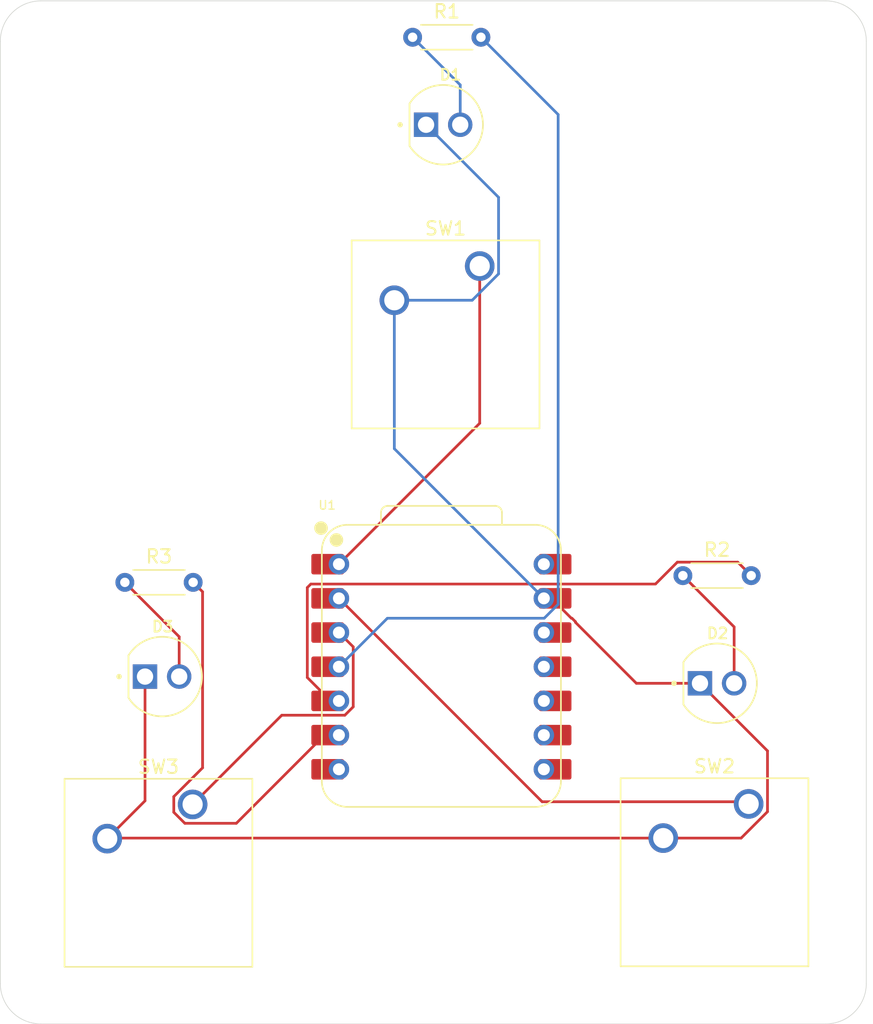
<source format=kicad_pcb>
(kicad_pcb (version 20241229) (generator "pcbnew") (generator_version "9.0")
  (layers (0 "F.Cu" signal) (2 "B.Cu" signal) (13 "F.Paste" user) (15 "B.Paste" user) (5 "F.SilkS" user "F.Silkscreen") (7 "B.SilkS" user "B.Silkscreen") (1 "F.Mask" user) (3 "B.Mask" user) (25 "Edge.Cuts" user))
  (net 0 "")
  (net 1 "GND")
  (net 2 "Net-(D1-PadA)")
  (net 3 "Net-(D2-PadA)")
  (net 4 "Net-(D3-PadA)")
  (net 5 "LED1")
  (net 6 "LED2")
  (net 7 "LED3")
  (net 8 "button1")
  (net 9 "button2")
  (net 10 "button3")
  (footprint "footprints:LEDRD254W57D500H1070" (layer "F.Cu") (at 121.23 108.5)
    (property "Reference" "D3" (at 0.04 -3.708 0) (layer "F.SilkS") (effects (font (size 0.8 0.8))))
    (property "Value" "L08R5000Q1")
    (fp_line (start -2.5 -1.566) (end -2.5 1.566) (stroke (width 0.127)) (layer "F.SilkS"))
    (fp_arc (start -2.5 -1.566) (mid 2.961291 0) (end -2.5 1.566) (stroke (width 0.127)) (layer "F.SilkS"))
    (fp_circle (center -3.2 0) (end -3.1 0) (stroke (width 0.2)) (fill no) (layer "F.SilkS"))
    (pad "A" thru_hole circle (at 1.27 0) (size 1.815 1.815) (drill 1.21) (layers "*.Cu" "*.Mask") (net 4 "Net-(D3-PadA)"))
    (pad "C" thru_hole rect (at -1.27 0) (size 1.815 1.815) (drill 1.21) (layers "*.Cu" "*.Mask") (net 1 "GND"))
  )
  (footprint "Button_Switch_Keyboard:SW_Cherry_MX_1.00u_PCB" (layer "F.Cu") (at 144.85 78)
    (property "Reference" "SW1" (at -2.54 -2.794 0) (layer "F.SilkS"))
    (property "Value" "SW_Push")
    (fp_line (start -9.525 -1.905) (end 4.445 -1.905) (stroke (width 0.12)) (layer "F.SilkS"))
    (fp_line (start -9.525 12.065) (end -9.525 -1.905) (stroke (width 0.12)) (layer "F.SilkS"))
    (fp_line (start 4.445 -1.905) (end 4.445 12.065) (stroke (width 0.12)) (layer "F.SilkS"))
    (fp_line (start 4.445 12.065) (end -9.525 12.065) (stroke (width 0.12)) (layer "F.SilkS"))
    (pad "" np_thru_hole circle (at -7.62 5.08) (size 1.7 1.7) (drill 1.7) (layers "*.Cu" "*.Mask"))
    (pad "" np_thru_hole circle (at -2.54 5.08) (size 4 4) (drill 4) (layers "*.Cu" "*.Mask"))
    (pad "" np_thru_hole circle (at 2.54 5.08) (size 1.7 1.7) (drill 1.7) (layers "*.Cu" "*.Mask"))
    (pad "1" thru_hole circle (at 0 0) (size 2.2 2.2) (drill 1.5) (layers "*.Cu" "*.Mask") (net 8 "button1"))
    (pad "2" thru_hole circle (at -6.35 2.54) (size 2.2 2.2) (drill 1.5) (layers "*.Cu" "*.Mask") (net 1 "GND"))
  )
  (footprint "footprints:LEDRD254W57D500H1070" (layer "F.Cu") (at 142.13 67.5)
    (property "Reference" "D1" (at 0.54 -3.708 0) (layer "F.SilkS") (effects (font (size 0.8 0.8))))
    (property "Value" "L08R5000Q1")
    (fp_line (start -2.5 -1.566) (end -2.5 1.566) (stroke (width 0.127)) (layer "F.SilkS"))
    (fp_arc (start -2.5 -1.566) (mid 2.961291 0) (end -2.5 1.566) (stroke (width 0.127)) (layer "F.SilkS"))
    (fp_circle (center -3.2 0) (end -3.1 0) (stroke (width 0.2)) (fill no) (layer "F.SilkS"))
    (pad "A" thru_hole circle (at 1.27 0) (size 1.815 1.815) (drill 1.21) (layers "*.Cu" "*.Mask") (net 2 "Net-(D1-PadA)"))
    (pad "C" thru_hole rect (at -1.27 0) (size 1.815 1.815) (drill 1.21) (layers "*.Cu" "*.Mask") (net 1 "GND"))
  )
  (footprint "footprints:XIAO-RP2040-DIP" (layer "F.Cu") (at 142 107.7685)
    (property "Reference" "U1" (at -8.5 -12 0) (layer "F.SilkS") (effects (font (size 0.635 0.635) (thickness 0.1016))))
    (property "Value" "XIAO-RP2040-DIP")
    (fp_line (start -8.89 8.509) (end -8.89 -8.636) (stroke (width 0.127)) (layer "F.SilkS"))
    (fp_line (start -6.985 10.414) (end 6.985 10.414) (stroke (width 0.127)) (layer "F.SilkS"))
    (fp_line (start -4.495 -10.541) (end -4.491272 -11.451272) (stroke (width 0.127)) (layer "F.SilkS"))
    (fp_line (start -3.991272 -11.951) (end 4.004 -11.951) (stroke (width 0.127)) (layer "F.SilkS"))
    (fp_line (start 4.504 -11.451) (end 4.504 -10.541) (stroke (width 0.127)) (layer "F.SilkS"))
    (fp_line (start 6.985 -10.541) (end -6.985 -10.541) (stroke (width 0.1)) (layer "F.SilkS"))
    (fp_line (start 6.985 -10.541) (end -6.985 -10.541) (stroke (width 0.127)) (layer "F.SilkS"))
    (fp_line (start 8.89 8.509) (end 8.89 -8.636) (stroke (width 0.127)) (layer "F.SilkS"))
    (fp_arc (start -8.89 -8.636) (mid -8.332038 -9.983038) (end -6.985 -10.541) (stroke (width 0.127)) (layer "F.SilkS"))
    (fp_arc (start -6.985 10.414) (mid -8.332038 9.856038) (end -8.89 8.509) (stroke (width 0.127)) (layer "F.SilkS"))
    (fp_arc (start -4.491272 -11.451272) (mid -4.344728 -11.80464) (end -3.991272 -11.951) (stroke (width 0.127)) (layer "F.SilkS"))
    (fp_arc (start 4.004 -11.951) (mid 4.357553 -11.804553) (end 4.504 -11.451) (stroke (width 0.127)) (layer "F.SilkS"))
    (fp_arc (start 6.985 -10.541) (mid 8.332038 -9.983038) (end 8.89 -8.636) (stroke (width 0.127)) (layer "F.SilkS"))
    (fp_arc (start 8.89 8.509) (mid 8.332038 9.856038) (end 6.985 10.414) (stroke (width 0.127)) (layer "F.SilkS"))
    (fp_circle (center -8.95 -10.3) (end -8.95 -10.554) (stroke (width 0.5)) (fill yes) (layer "F.SilkS"))
    (fp_circle (center -7.807 -9.42) (end -7.807 -9.674) (stroke (width 0.5)) (fill yes) (layer "F.SilkS"))
    (pad "1" smd roundrect (at -8.455 -7.62 180) (size 2.432 1.524) (layers "F.Cu" "F.Mask") (roundrect_rratio 0.1) (net 8 "button1"))
    (pad "1" thru_hole circle (at -7.62 -7.62 180) (size 1.524 1.524) (drill 0.889) (layers "*.Cu" "*.Mask") (net 8 "button1"))
    (pad "2" smd roundrect (at -8.455 -5.08 180) (size 2.432 1.524) (layers "F.Cu" "F.Mask") (roundrect_rratio 0.1) (net 9 "button2"))
    (pad "2" thru_hole circle (at -7.62 -5.08 180) (size 1.524 1.524) (drill 0.889) (layers "*.Cu" "*.Mask") (net 9 "button2"))
    (pad "3" smd roundrect (at -8.455 -2.54 180) (size 2.432 1.524) (layers "F.Cu" "F.Mask") (roundrect_rratio 0.1) (net 10 "button3"))
    (pad "3" thru_hole circle (at -7.62 -2.54 180) (size 1.524 1.524) (drill 0.889) (layers "*.Cu" "*.Mask") (net 10 "button3"))
    (pad "4" smd roundrect (at -8.455 0 180) (size 2.432 1.524) (layers "F.Cu" "F.Mask") (roundrect_rratio 0.1) (net 5 "LED1"))
    (pad "4" thru_hole circle (at -7.62 0 180) (size 1.524 1.524) (drill 0.889) (layers "*.Cu" "*.Mask") (net 5 "LED1"))
    (pad "5" smd roundrect (at -8.455 2.54 180) (size 2.432 1.524) (layers "F.Cu" "F.Mask") (roundrect_rratio 0.1) (net 6 "LED2"))
    (pad "5" thru_hole circle (at -7.62 2.54 180) (size 1.524 1.524) (drill 0.889) (layers "*.Cu" "*.Mask") (net 6 "LED2"))
    (pad "6" smd roundrect (at -8.455 5.08 180) (size 2.432 1.524) (layers "F.Cu" "F.Mask") (roundrect_rratio 0.1) (net 7 "LED3"))
    (pad "6" thru_hole circle (at -7.62 5.08 180) (size 1.524 1.524) (drill 0.889) (layers "*.Cu" "*.Mask") (net 7 "LED3"))
    (pad "7" smd roundrect (at -8.455 7.62 180) (size 2.432 1.524) (layers "F.Cu" "F.Mask") (roundrect_rratio 0.1))
    (pad "7" thru_hole circle (at -7.62 7.62 180) (size 1.524 1.524) (drill 0.889) (layers "*.Cu" "*.Mask"))
    (pad "8" thru_hole circle (at 7.62 7.62) (size 1.524 1.524) (drill 0.889) (layers "*.Cu" "*.Mask"))
    (pad "8" smd roundrect (at 8.455 7.62) (size 2.432 1.524) (layers "F.Cu" "F.Mask") (roundrect_rratio 0.1))
    (pad "9" thru_hole circle (at 7.62 5.08) (size 1.524 1.524) (drill 0.889) (layers "*.Cu" "*.Mask"))
    (pad "9" smd roundrect (at 8.455 5.08) (size 2.432 1.524) (layers "F.Cu" "F.Mask") (roundrect_rratio 0.1))
    (pad "10" thru_hole circle (at 7.62 2.54) (size 1.524 1.524) (drill 0.889) (layers "*.Cu" "*.Mask"))
    (pad "10" smd roundrect (at 8.455 2.54) (size 2.432 1.524) (layers "F.Cu" "F.Mask") (roundrect_rratio 0.1))
    (pad "11" thru_hole circle (at 7.62 0) (size 1.524 1.524) (drill 0.889) (layers "*.Cu" "*.Mask"))
    (pad "11" smd roundrect (at 8.455 0) (size 2.432 1.524) (layers "F.Cu" "F.Mask") (roundrect_rratio 0.1))
    (pad "12" thru_hole circle (at 7.62 -2.54) (size 1.524 1.524) (drill 0.889) (layers "*.Cu" "*.Mask"))
    (pad "12" smd roundrect (at 8.455 -2.54) (size 2.432 1.524) (layers "F.Cu" "F.Mask") (roundrect_rratio 0.1))
    (pad "13" thru_hole circle (at 7.62 -5.08) (size 1.524 1.524) (drill 0.889) (layers "*.Cu" "*.Mask") (net 1 "GND"))
    (pad "13" smd roundrect (at 8.455 -5.08) (size 2.432 1.524) (layers "F.Cu" "F.Mask") (roundrect_rratio 0.1) (net 1 "GND"))
    (pad "14" thru_hole circle (at 7.62 -7.62) (size 1.524 1.524) (drill 0.889) (layers "*.Cu" "*.Mask"))
    (pad "14" smd roundrect (at 8.455 -7.62) (size 2.432 1.524) (layers "F.Cu" "F.Mask") (roundrect_rratio 0.1))
  )
  (footprint "Button_Switch_Keyboard:SW_Cherry_MX_1.00u_PCB" (layer "F.Cu") (at 123.5 118)
    (property "Reference" "SW3" (at -2.54 -2.794 0) (layer "F.SilkS"))
    (property "Value" "SW_Push")
    (fp_line (start -9.525 -1.905) (end 4.445 -1.905) (stroke (width 0.12)) (layer "F.SilkS"))
    (fp_line (start -9.525 12.065) (end -9.525 -1.905) (stroke (width 0.12)) (layer "F.SilkS"))
    (fp_line (start 4.445 -1.905) (end 4.445 12.065) (stroke (width 0.12)) (layer "F.SilkS"))
    (fp_line (start 4.445 12.065) (end -9.525 12.065) (stroke (width 0.12)) (layer "F.SilkS"))
    (pad "" np_thru_hole circle (at -7.62 5.08) (size 1.7 1.7) (drill 1.7) (layers "*.Cu" "*.Mask"))
    (pad "" np_thru_hole circle (at -2.54 5.08) (size 4 4) (drill 4) (layers "*.Cu" "*.Mask"))
    (pad "" np_thru_hole circle (at 2.54 5.08) (size 1.7 1.7) (drill 1.7) (layers "*.Cu" "*.Mask"))
    (pad "1" thru_hole circle (at 0 0) (size 2.2 2.2) (drill 1.5) (layers "*.Cu" "*.Mask") (net 10 "button3"))
    (pad "2" thru_hole circle (at -6.35 2.54) (size 2.2 2.2) (drill 1.5) (layers "*.Cu" "*.Mask") (net 1 "GND"))
  )
  (footprint "Resistor_THT:R_Axial_DIN0204_L3.6mm_D1.6mm_P5.08mm_Horizontal" (layer "F.Cu") (at 159.96 101)
    (property "Reference" "R2" (at 2.54 -1.92 0) (layer "F.SilkS"))
    (property "Value" "R")
    (fp_line (start 0.62 -0.92) (end 4.46 -0.92) (stroke (width 0.12)) (layer "F.SilkS"))
    (fp_line (start 0.62 0.92) (end 4.46 0.92) (stroke (width 0.12)) (layer "F.SilkS"))
    (pad "1" thru_hole circle (at 0 0) (size 1.4 1.4) (drill 0.7) (layers "*.Cu" "*.Mask") (net 3 "Net-(D2-PadA)"))
    (pad "2" thru_hole circle (at 5.08 0) (size 1.4 1.4) (drill 0.7) (layers "*.Cu" "*.Mask") (net 6 "LED2"))
  )
  (footprint "Resistor_THT:R_Axial_DIN0204_L3.6mm_D1.6mm_P5.08mm_Horizontal" (layer "F.Cu") (at 118.46 101.5)
    (property "Reference" "R3" (at 2.54 -1.92 0) (layer "F.SilkS"))
    (property "Value" "R")
    (fp_line (start 0.62 -0.92) (end 4.46 -0.92) (stroke (width 0.12)) (layer "F.SilkS"))
    (fp_line (start 0.62 0.92) (end 4.46 0.92) (stroke (width 0.12)) (layer "F.SilkS"))
    (pad "1" thru_hole circle (at 0 0) (size 1.4 1.4) (drill 0.7) (layers "*.Cu" "*.Mask") (net 4 "Net-(D3-PadA)"))
    (pad "2" thru_hole circle (at 5.08 0) (size 1.4 1.4) (drill 0.7) (layers "*.Cu" "*.Mask") (net 7 "LED3"))
  )
  (footprint "Resistor_THT:R_Axial_DIN0204_L3.6mm_D1.6mm_P5.08mm_Horizontal" (layer "F.Cu") (at 139.86 61)
    (property "Reference" "R1" (at 2.54 -1.92 0) (layer "F.SilkS"))
    (property "Value" "R")
    (fp_line (start 0.62 -0.92) (end 4.46 -0.92) (stroke (width 0.12)) (layer "F.SilkS"))
    (fp_line (start 0.62 0.92) (end 4.46 0.92) (stroke (width 0.12)) (layer "F.SilkS"))
    (pad "1" thru_hole circle (at 0 0) (size 1.4 1.4) (drill 0.7) (layers "*.Cu" "*.Mask") (net 2 "Net-(D1-PadA)"))
    (pad "2" thru_hole circle (at 5.08 0) (size 1.4 1.4) (drill 0.7) (layers "*.Cu" "*.Mask") (net 5 "LED1"))
  )
  (footprint "Button_Switch_Keyboard:SW_Cherry_MX_1.00u_PCB" (layer "F.Cu") (at 164.85 117.96)
    (property "Reference" "SW2" (at -2.54 -2.794 0) (layer "F.SilkS"))
    (property "Value" "SW_Push")
    (fp_line (start -9.525 -1.905) (end 4.445 -1.905) (stroke (width 0.12)) (layer "F.SilkS"))
    (fp_line (start -9.525 12.065) (end -9.525 -1.905) (stroke (width 0.12)) (layer "F.SilkS"))
    (fp_line (start 4.445 -1.905) (end 4.445 12.065) (stroke (width 0.12)) (layer "F.SilkS"))
    (fp_line (start 4.445 12.065) (end -9.525 12.065) (stroke (width 0.12)) (layer "F.SilkS"))
    (pad "" np_thru_hole circle (at -7.62 5.08) (size 1.7 1.7) (drill 1.7) (layers "*.Cu" "*.Mask"))
    (pad "" np_thru_hole circle (at -2.54 5.08) (size 4 4) (drill 4) (layers "*.Cu" "*.Mask"))
    (pad "" np_thru_hole circle (at 2.54 5.08) (size 1.7 1.7) (drill 1.7) (layers "*.Cu" "*.Mask"))
    (pad "1" thru_hole circle (at 0 0) (size 2.2 2.2) (drill 1.5) (layers "*.Cu" "*.Mask") (net 9 "button2"))
    (pad "2" thru_hole circle (at -6.35 2.54) (size 2.2 2.2) (drill 1.5) (layers "*.Cu" "*.Mask") (net 1 "GND"))
  )
  (footprint "footprints:LEDRD254W57D500H1070" (layer "F.Cu") (at 162.5 109)
    (property "Reference" "D2" (at 0.04 -3.708 0) (layer "F.SilkS") (effects (font (size 0.8 0.8))))
    (property "Value" "L08R5000Q1")
    (fp_line (start -2.5 -1.566) (end -2.5 1.566) (stroke (width 0.127)) (layer "F.SilkS"))
    (fp_arc (start -2.5 -1.566) (mid 2.961291 0) (end -2.5 1.566) (stroke (width 0.127)) (layer "F.SilkS"))
    (fp_circle (center -3.2 0) (end -3.1 0) (stroke (width 0.2)) (fill no) (layer "F.SilkS"))
    (pad "A" thru_hole circle (at 1.27 0) (size 1.815 1.815) (drill 1.21) (layers "*.Cu" "*.Mask") (net 3 "Net-(D2-PadA)"))
    (pad "C" thru_hole rect (at -1.27 0) (size 1.815 1.815) (drill 1.21) (layers "*.Cu" "*.Mask") (net 1 "GND"))
  )
  (gr_line (start 173.6 61.3) (end 173.6 131.3) (stroke (width 0.05)) (layer "Edge.Cuts"))
  (gr_arc (start 170.6 58.3) (mid 172.72132 59.17868) (end 173.6 61.3) (stroke (width 0.05)) (layer "Edge.Cuts"))
  (gr_arc (start 173.6 131.3) (mid 172.72132 133.42132) (end 170.6 134.3) (stroke (width 0.05)) (layer "Edge.Cuts"))
  (gr_arc (start 109.2 61.3) (mid 110.07868 59.17868) (end 112.2 58.3) (stroke (width 0.05)) (layer "Edge.Cuts"))
  (gr_line (start 170.6 134.3) (end 112.2 134.3) (stroke (width 0.05)) (layer "Edge.Cuts"))
  (gr_arc (start 112.2 134.3) (mid 110.07868 133.42132) (end 109.2 131.3) (stroke (width 0.05)) (layer "Edge.Cuts"))
  (gr_line (start 109.2 131.3) (end 109.2 61.3) (stroke (width 0.05)) (layer "Edge.Cuts"))
  (gr_line (start 112.2 58.3) (end 170.6 58.3) (stroke (width 0.05)) (layer "Edge.Cuts"))
  (segment (start 166.251 114.021) (end 161.23 109) (width 0.2) (layer "F.Cu") (net 1))
  (segment (start 156.5 109) (end 151.972 104.472) (width 0.2) (layer "F.Cu") (net 1))
  (segment (start 166.251 118.540314) (end 166.251 114.021) (width 0.2) (layer "F.Cu") (net 1))
  (segment (start 164.291314 120.5) (end 166.251 118.540314) (width 0.2) (layer "F.Cu") (net 1))
  (segment (start 119.96 117.73) (end 117.15 120.54) (width 0.2) (layer "F.Cu") (net 1))
  (segment (start 117.15 120.54) (end 117.19 120.5) (width 0.2) (layer "F.Cu") (net 1))
  (segment (start 117.19 120.5) (end 158.5 120.5) (width 0.2) (layer "F.Cu") (net 1))
  (segment (start 158.5 120.5) (end 164.291314 120.5) (width 0.2) (layer "F.Cu") (net 1))
  (segment (start 119.96 108.5) (end 119.96 117.73) (width 0.2) (layer "F.Cu") (net 1))
  (segment (start 151.972 104.426874) (end 151.710626 104.1655) (width 0.2) (layer "F.Cu") (net 1))
  (segment (start 151.972 104.472) (end 151.972 104.426874) (width 0.2) (layer "F.Cu") (net 1))
  (segment (start 151.710626 104.1655) (end 151.6655 104.1655) (width 0.2) (layer "F.Cu") (net 1))
  (segment (start 161.23 109) (end 156.5 109) (width 0.2) (layer "F.Cu") (net 1))
  (segment (start 151.6655 104.1655) (end 150.1885 102.6885) (width 0.2) (layer "F.Cu") (net 1))
  (segment (start 150.1885 102.6885) (end 149.62 102.6885) (width 0.2) (layer "F.Cu") (net 1))
  (segment (start 146.251 78.580314) (end 144.291314 80.54) (width 0.2) (layer "B.Cu") (net 1))
  (segment (start 146.251 72.891) (end 146.251 78.580314) (width 0.2) (layer "B.Cu") (net 1))
  (segment (start 138.5 80.54) (end 138.5 91.5685) (width 0.2) (layer "B.Cu") (net 1))
  (segment (start 138.5 91.5685) (end 149.62 102.6885) (width 0.2) (layer "B.Cu") (net 1))
  (segment (start 140.86 67.5) (end 146.251 72.891) (width 0.2) (layer "B.Cu") (net 1))
  (segment (start 144.291314 80.54) (end 138.5 80.54) (width 0.2) (layer "B.Cu") (net 1))
  (segment (start 143.4 67.5) (end 143.4 64.54) (width 0.2) (layer "B.Cu") (net 2))
  (segment (start 143.4 64.54) (end 139.86 61) (width 0.2) (layer "B.Cu") (net 2))
  (segment (start 163.77 104.81) (end 159.96 101) (width 0.2) (layer "F.Cu") (net 3))
  (segment (start 163.77 109) (end 163.77 104.81) (width 0.2) (layer "F.Cu") (net 3))
  (segment (start 122.5 108.5) (end 122.5 105.54) (width 0.2) (layer "F.Cu") (net 4))
  (segment (start 122.5 105.54) (end 118.46 101.5) (width 0.2) (layer "F.Cu") (net 4))
  (segment (start 150.683 66.743) (end 150.683 103.12881) (width 0.2) (layer "B.Cu") (net 5))
  (segment (start 149.64631 104.1655) (end 137.983 104.1655) (width 0.2) (layer "B.Cu") (net 5))
  (segment (start 144.94 61) (end 150.683 66.743) (width 0.2) (layer "B.Cu") (net 5))
  (segment (start 137.983 104.1655) (end 134.38 107.7685) (width 0.2) (layer "B.Cu") (net 5))
  (segment (start 150.683 103.12881) (end 149.64631 104.1655) (width 0.2) (layer "B.Cu") (net 5))
  (segment (start 164.039 99.999) (end 159.545372 99.999) (width 0.2) (layer "F.Cu") (net 6))
  (segment (start 132.289374 101.6255) (end 132.028 101.886874) (width 0.2) (layer "F.Cu") (net 6))
  (segment (start 133.766374 110.3085) (end 134.38 110.3085) (width 0.2) (layer "F.Cu") (net 6))
  (segment (start 159.545372 99.999) (end 157.918872 101.6255) (width 0.2) (layer "F.Cu") (net 6))
  (segment (start 157.918872 101.6255) (end 132.289374 101.6255) (width 0.2) (layer "F.Cu") (net 6))
  (segment (start 165.04 101) (end 164.039 99.999) (width 0.2) (layer "F.Cu") (net 6))
  (segment (start 132.028 108.570126) (end 133.766374 110.3085) (width 0.2) (layer "F.Cu") (net 6))
  (segment (start 132.028 101.886874) (end 132.028 108.570126) (width 0.2) (layer "F.Cu") (net 6))
  (segment (start 122.919686 119.401) (end 126.74987 119.401) (width 0.2) (layer "F.Cu") (net 7))
  (segment (start 122.099 117.419686) (end 122.099 118.580314) (width 0.2) (layer "F.Cu") (net 7))
  (segment (start 124.24 102.2) (end 124.24 115.278686) (width 0.2) (layer "F.Cu") (net 7))
  (segment (start 126.74987 119.401) (end 133.30237 112.8485) (width 0.2) (layer "F.Cu") (net 7))
  (segment (start 123.54 101.5) (end 124.24 102.2) (width 0.2) (layer "F.Cu") (net 7))
  (segment (start 122.099 118.580314) (end 122.919686 119.401) (width 0.2) (layer "F.Cu") (net 7))
  (segment (start 133.30237 112.8485) (end 134.38 112.8485) (width 0.2) (layer "F.Cu") (net 7))
  (segment (start 124.24 115.278686) (end 122.099 117.419686) (width 0.2) (layer "F.Cu") (net 7))
  (segment (start 134.38 100.1485) (end 144.85 89.6785) (width 0.2) (layer "F.Cu") (net 8))
  (segment (start 144.85 89.6785) (end 144.85 78) (width 0.2) (layer "F.Cu") (net 8))
  (segment (start 164.6 117.8) (end 149.4915 117.8) (width 0.2) (layer "F.Cu") (net 9))
  (segment (start 164.76 117.96) (end 164.6 117.8) (width 0.2) (layer "F.Cu") (net 9))
  (segment (start 164.85 117.96) (end 164.76 117.96) (width 0.2) (layer "F.Cu") (net 9))
  (segment (start 149.4915 117.8) (end 134.38 102.6885) (width 0.2) (layer "F.Cu") (net 9))
  (segment (start 134.82031 111.3715) (end 135.443 110.74881) (width 0.2) (layer "F.Cu") (net 10))
  (segment (start 123.5 118) (end 130.1285 111.3715) (width 0.2) (layer "F.Cu") (net 10))
  (segment (start 135.443 106.2915) (end 134.38 105.2285) (width 0.2) (layer "F.Cu") (net 10))
  (segment (start 130.1285 111.3715) (end 134.82031 111.3715) (width 0.2) (layer "F.Cu") (net 10))
  (segment (start 135.443 110.74881) (end 135.443 106.2915) (width 0.2) (layer "F.Cu") (net 10))
)
</source>
